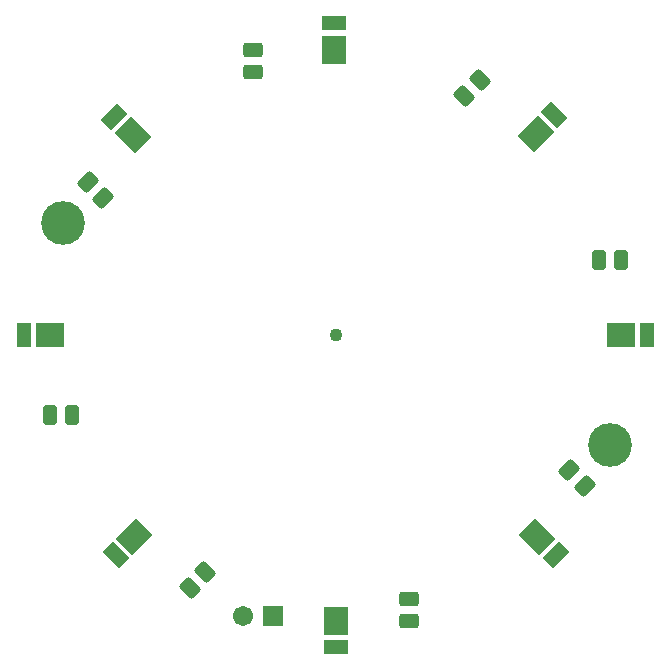
<source format=gts>
G04*
G04 #@! TF.GenerationSoftware,Altium Limited,Altium Designer,19.0.10 (269)*
G04*
G04 Layer_Color=8388736*
%FSLAX25Y25*%
%MOIN*%
G70*
G01*
G75*
G04:AMPARAMS|DCode=13|XSize=47.37mil|YSize=63.91mil|CornerRadius=8.92mil|HoleSize=0mil|Usage=FLASHONLY|Rotation=0.000|XOffset=0mil|YOffset=0mil|HoleType=Round|Shape=RoundedRectangle|*
%AMROUNDEDRECTD13*
21,1,0.04737,0.04606,0,0,0.0*
21,1,0.02953,0.06391,0,0,0.0*
1,1,0.01784,0.01476,-0.02303*
1,1,0.01784,-0.01476,-0.02303*
1,1,0.01784,-0.01476,0.02303*
1,1,0.01784,0.01476,0.02303*
%
%ADD13ROUNDEDRECTD13*%
%ADD14R,0.09461X0.07887*%
%ADD15R,0.05131X0.07887*%
G04:AMPARAMS|DCode=16|XSize=94.61mil|YSize=78.87mil|CornerRadius=0mil|HoleSize=0mil|Usage=FLASHONLY|Rotation=135.000|XOffset=0mil|YOffset=0mil|HoleType=Round|Shape=Rectangle|*
%AMROTATEDRECTD16*
4,1,4,0.06134,-0.00557,0.00557,-0.06134,-0.06134,0.00557,-0.00557,0.06134,0.06134,-0.00557,0.0*
%
%ADD16ROTATEDRECTD16*%

G04:AMPARAMS|DCode=17|XSize=51.31mil|YSize=78.87mil|CornerRadius=0mil|HoleSize=0mil|Usage=FLASHONLY|Rotation=135.000|XOffset=0mil|YOffset=0mil|HoleType=Round|Shape=Rectangle|*
%AMROTATEDRECTD17*
4,1,4,0.04602,0.00974,-0.00974,-0.04602,-0.04602,-0.00974,0.00974,0.04602,0.04602,0.00974,0.0*
%
%ADD17ROTATEDRECTD17*%

G04:AMPARAMS|DCode=18|XSize=47.37mil|YSize=63.91mil|CornerRadius=8.92mil|HoleSize=0mil|Usage=FLASHONLY|Rotation=315.000|XOffset=0mil|YOffset=0mil|HoleType=Round|Shape=RoundedRectangle|*
%AMROUNDEDRECTD18*
21,1,0.04737,0.04606,0,0,315.0*
21,1,0.02953,0.06391,0,0,315.0*
1,1,0.01784,-0.00585,-0.02673*
1,1,0.01784,-0.02673,-0.00585*
1,1,0.01784,0.00585,0.02673*
1,1,0.01784,0.02673,0.00585*
%
%ADD18ROUNDEDRECTD18*%
%ADD19R,0.07887X0.09461*%
%ADD20R,0.07887X0.05131*%
G04:AMPARAMS|DCode=21|XSize=47.37mil|YSize=63.91mil|CornerRadius=8.92mil|HoleSize=0mil|Usage=FLASHONLY|Rotation=270.000|XOffset=0mil|YOffset=0mil|HoleType=Round|Shape=RoundedRectangle|*
%AMROUNDEDRECTD21*
21,1,0.04737,0.04606,0,0,270.0*
21,1,0.02953,0.06391,0,0,270.0*
1,1,0.01784,-0.02303,-0.01476*
1,1,0.01784,-0.02303,0.01476*
1,1,0.01784,0.02303,0.01476*
1,1,0.01784,0.02303,-0.01476*
%
%ADD21ROUNDEDRECTD21*%
G04:AMPARAMS|DCode=22|XSize=47.37mil|YSize=63.91mil|CornerRadius=8.92mil|HoleSize=0mil|Usage=FLASHONLY|Rotation=225.000|XOffset=0mil|YOffset=0mil|HoleType=Round|Shape=RoundedRectangle|*
%AMROUNDEDRECTD22*
21,1,0.04737,0.04606,0,0,225.0*
21,1,0.02953,0.06391,0,0,225.0*
1,1,0.01784,-0.02673,0.00585*
1,1,0.01784,-0.00585,0.02673*
1,1,0.01784,0.02673,-0.00585*
1,1,0.01784,0.00585,-0.02673*
%
%ADD22ROUNDEDRECTD22*%
G04:AMPARAMS|DCode=23|XSize=94.61mil|YSize=78.87mil|CornerRadius=0mil|HoleSize=0mil|Usage=FLASHONLY|Rotation=45.000|XOffset=0mil|YOffset=0mil|HoleType=Round|Shape=Rectangle|*
%AMROTATEDRECTD23*
4,1,4,-0.00557,-0.06134,-0.06134,-0.00557,0.00557,0.06134,0.06134,0.00557,-0.00557,-0.06134,0.0*
%
%ADD23ROTATEDRECTD23*%

G04:AMPARAMS|DCode=24|XSize=51.31mil|YSize=78.87mil|CornerRadius=0mil|HoleSize=0mil|Usage=FLASHONLY|Rotation=45.000|XOffset=0mil|YOffset=0mil|HoleType=Round|Shape=Rectangle|*
%AMROTATEDRECTD24*
4,1,4,0.00974,-0.04602,-0.04602,0.00974,-0.00974,0.04602,0.04602,-0.00974,0.00974,-0.04602,0.0*
%
%ADD24ROTATEDRECTD24*%

%ADD25C,0.14580*%
%ADD26R,0.06706X0.06706*%
%ADD27C,0.06706*%
%ADD28C,0.04300*%
D13*
X134827Y175500D02*
D03*
X142189D02*
D03*
X325181Y227000D02*
D03*
X317819D02*
D03*
D14*
X134827Y202000D02*
D03*
X325098D02*
D03*
D15*
X126008D02*
D03*
X333917D02*
D03*
D16*
X162352Y268648D02*
D03*
X297148Y134852D02*
D03*
D17*
X156116Y274884D02*
D03*
X303383Y128616D02*
D03*
D18*
X147397Y253103D02*
D03*
X152603Y247897D02*
D03*
X313103Y151897D02*
D03*
X307897Y157103D02*
D03*
D19*
X229500Y297173D02*
D03*
X230000Y106827D02*
D03*
D20*
X229500Y305992D02*
D03*
X230000Y98008D02*
D03*
D21*
X202500Y297181D02*
D03*
Y289819D02*
D03*
X254500Y106819D02*
D03*
Y114181D02*
D03*
D22*
X278103Y287103D02*
D03*
X272897Y281897D02*
D03*
X181397Y117897D02*
D03*
X186603Y123103D02*
D03*
D23*
X296648Y269148D02*
D03*
X162852Y134852D02*
D03*
D24*
X302884Y275383D02*
D03*
X156616Y128616D02*
D03*
D25*
X139000Y239500D02*
D03*
X321500Y165500D02*
D03*
D26*
X209000Y108500D02*
D03*
D27*
X199000D02*
D03*
D28*
X230000Y202000D02*
D03*
M02*

</source>
